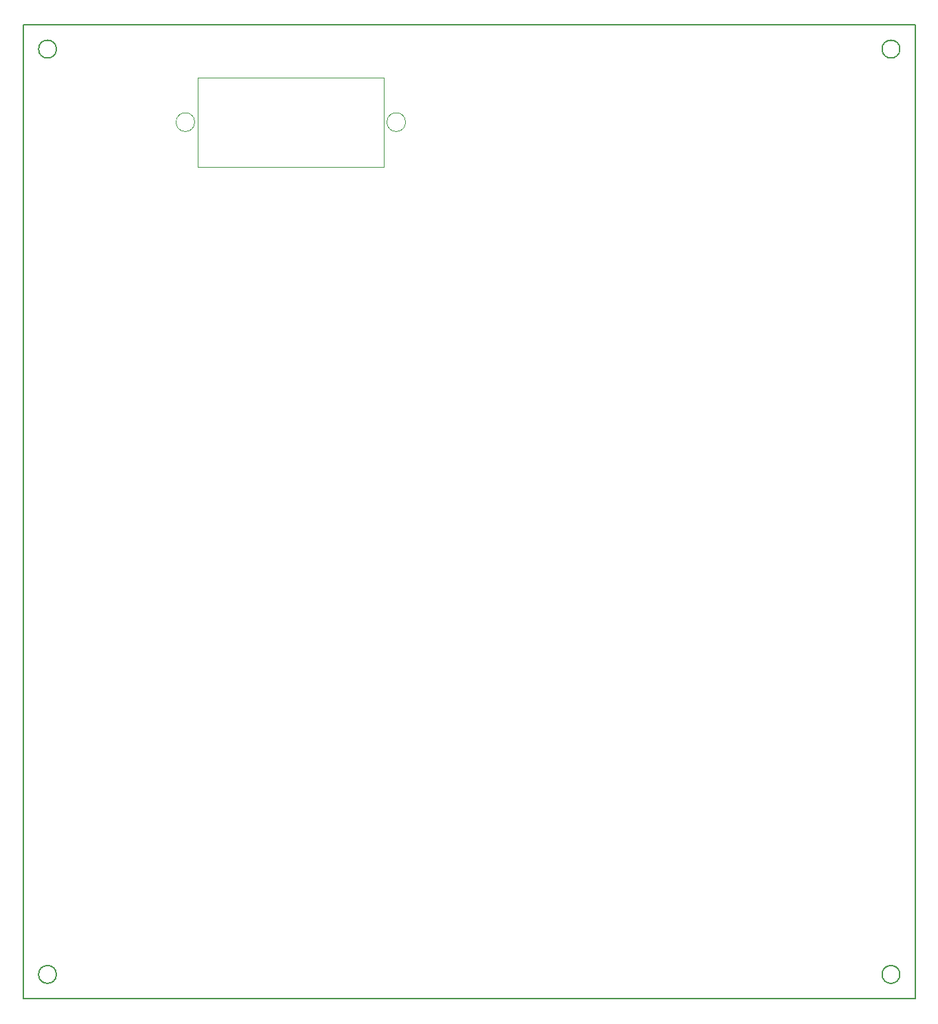
<source format=gm1>
%TF.GenerationSoftware,KiCad,Pcbnew,(6.0.11)*%
%TF.CreationDate,2023-08-03T09:01:04+09:00*%
%TF.ProjectId,power,706f7765-722e-46b6-9963-61645f706362,rev?*%
%TF.SameCoordinates,Original*%
%TF.FileFunction,Profile,NP*%
%FSLAX46Y46*%
G04 Gerber Fmt 4.6, Leading zero omitted, Abs format (unit mm)*
G04 Created by KiCad (PCBNEW (6.0.11)) date 2023-08-03 09:01:04*
%MOMM*%
%LPD*%
G01*
G04 APERTURE LIST*
%TA.AperFunction,Profile*%
%ADD10C,0.200000*%
%TD*%
%TA.AperFunction,Profile*%
%ADD11C,0.120000*%
%TD*%
G04 APERTURE END LIST*
D10*
X101050000Y-43750000D02*
G75*
G03*
X101050000Y-43750000I-1100000J0D01*
G01*
X206950000Y-160750000D02*
X96950000Y-160750000D01*
X206950000Y-40750000D02*
X206950000Y-160750000D01*
X96950000Y-40750000D02*
X206950000Y-40750000D01*
X101050000Y-157750000D02*
G75*
G03*
X101050000Y-157750000I-1100000J0D01*
G01*
X205050000Y-157750000D02*
G75*
G03*
X205050000Y-157750000I-1100000J0D01*
G01*
X96950000Y-160750000D02*
X96950000Y-40750000D01*
X205050000Y-43750000D02*
G75*
G03*
X205050000Y-43750000I-1100000J0D01*
G01*
D11*
%TO.C,MES1*%
X118450000Y-54750000D02*
X118450000Y-58250000D01*
X141450000Y-47250000D02*
X118450000Y-47250000D01*
X141450000Y-54750000D02*
X141450000Y-50750000D01*
X118450000Y-47250000D02*
X118450000Y-50750000D01*
X141450000Y-58250000D02*
X141450000Y-54750000D01*
X118450000Y-50750000D02*
X118450000Y-54750000D01*
X118450000Y-58250000D02*
X141450000Y-58250000D01*
X141450000Y-50750000D02*
X141450000Y-47250000D01*
X118100000Y-52750000D02*
G75*
G03*
X118100000Y-52750000I-1150000J0D01*
G01*
X144100000Y-52750000D02*
G75*
G03*
X144100000Y-52750000I-1150000J0D01*
G01*
%TD*%
M02*

</source>
